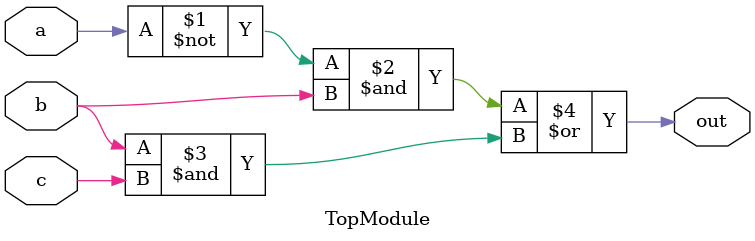
<source format=sv>
module TopModule (
    input logic a,  // 1-bit input
    input logic b,  // 1-bit input
    input logic c,  // 1-bit input
    output logic out // 1-bit output
);

    // Combinational logic derived from the Karnaugh map
    assign out = (~a & b) | (b & c);

endmodule
</source>
